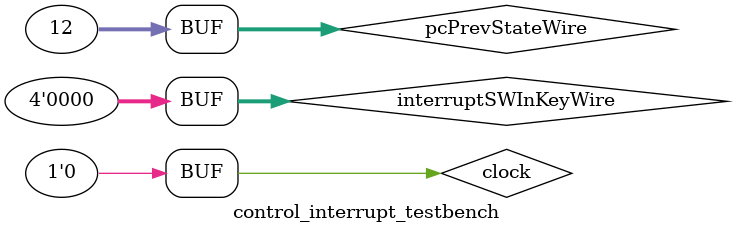
<source format=sv>

module controlInterrupt#(parameter code = 8)(
				  input logic clock,
				  input logic [3:0] interruptSWInKey,
				  input logic [31:0] pcPrevState,

				  output logic [1:0]onInterrupt,
				  output logic [31:0] pcNextState

	);
	logic FlagInt;
	logic FlagInt2;
	logic FlagInt3;
	logic FlagInt4;
	logic [31:0] pcSaved;
	logic [3:0] interruptCode;

	initial begin
		FlagInt3 = 0;
		FlagInt4 = 0;
	end

	always @(posedge clock || (interruptSWInKey != 4'b0000) )
	begin
		if((FlagInt == 1'b1) && (FlagInt2 == 1'b0))
		begin 
			onInterrupt = 2'b01;
		end
		else if((FlagInt == 1'b1) && (FlagInt2 == 1'b1))
		begin 
			onInterrupt = 2'b11;
		end
		else if((FlagInt == 1'b0) && (FlagInt2 == 1'b1))
		begin 
			onInterrupt = 2'b10;
		end
		else if( ((interruptSWInKey != 4'b0000) && (FlagInt == 1'b0) && (FlagInt2 == 1'b0)) || ( (FlagInt3 == 1)  ) )
		begin
			if( FlagInt3 == 0 )
			begin
				interruptCode[3:0] = interruptSWInKey;
			end
			FlagInt = 1;
			FlagInt2 = 1;
			FlagInt3 = 0;

			if(FlagInt4 == 0)
			begin
				pcSaved = pcPrevState;
				FlagInt4 = 1;
			end
					
			onInterrupt = 2'b11;

			case(interruptCode)
						4'b0000:
							pcNextState = pcPrevState; // direccion para caso 
						4'b0001:
							pcNextState = (code)*4;
						4'b0010:
							pcNextState = (code + 15)*4;
						4'b0011:
							pcNextState = (code + 16)*4;
						default:
							pcNextState = 32'bx;
			endcase

		end
		else
		begin
			FlagInt = 0;
			FlagInt2 = 0;
			pcNextState = pcPrevState;
			onInterrupt = 2'b00;
		end

		if((clock == 1) && (clock == 1) )
		begin
				if( (pcPrevState == (code-1)*4) && (onInterrupt == 2'b01) )
				begin
					FlagInt = 0;
					FlagInt2 = 1;
				end
				else if( (onInterrupt == 2'b11) )
				begin 
					if(FlagInt4 == 0)
					begin
						pcSaved = pcPrevState;
						FlagInt4 = 1;
					end
					FlagInt2 = 0;
					case(interruptCode)
						4'b0000:
							pcNextState = pcPrevState; // direccion para caso 
						4'b0001:
							pcNextState = (code)*4;
						4'b0010:
							pcNextState = (code + 15)*4;
						4'b0011:
							pcNextState = (code + 16)*4;
						default:
							pcNextState = 32'bx;
					endcase
				end

				else if(onInterrupt == 2'b10)
				begin
					pcNextState = pcSaved;
					interruptCode = 0;
					FlagInt = 0;
					FlagInt2 = 0;
					FlagInt4 = 0;
				end
				else if( (onInterrupt == 2'b01) )
				begin
					case(interruptCode)
						4'b0000:
							pcNextState = pcPrevState; // direccion para caso 
						4'b0001:
							pcNextState = (code)*4;
						4'b0010:
							pcNextState = (code + 15)*4;
						4'b0011:
							pcNextState = (code + 16)*4;
						default:
							pcNextState = 32'bx;
					endcase
				end
		end
	end
endmodule

module control_interrupt_testbench;


logic clock;
logic [3:0] interruptSWInKeyWire;
logic [31:0] pcPrevStateWire = 0;

logic [1:0] onInterruptWire;
logic [31:0] pcNextStateWire;

	controlInterrupt#(8) testnterrupciones(
				  .clock(clock),
				  .interruptSWInKey(interruptSWInKeyWire),
				  .pcPrevState(pcPrevStateWire),
				  .onInterrupt(onInterruptWire),
				  .pcNextState(pcNextStateWire)

	);

initial begin
	//pcPrevStateWire <= 0; interruptSWInKeyWire <= 0; #10; pcPrevStateWire <= 4; interruptSWInKeyWire <=1; #10;
	interruptSWInKeyWire <= 0; #10; interruptSWInKeyWire <=1; #2; interruptSWInKeyWire <=0;
end

always begin
	pcPrevStateWire <= 0; #10;
	pcPrevStateWire <= 4; #10;
	pcPrevStateWire <= 8; #10;
	pcPrevStateWire <= 12; #10;
end

always begin
	clock <= 1; #5; clock <= 0; #5;
end

endmodule
</source>
